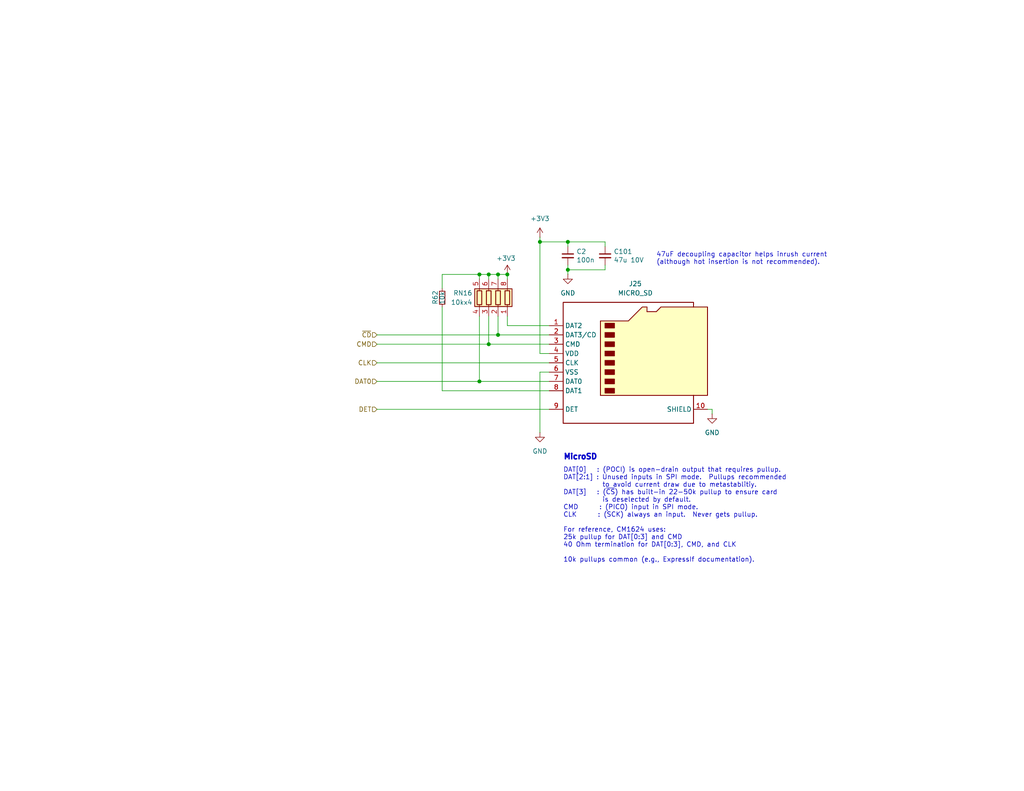
<source format=kicad_sch>
(kicad_sch (version 20231120) (generator "eeschema") (generator_version "8.0")
  (paper "A")
  (title_block (title "EconoPET 40/8096") (date "2023-10-01") (rev "A") (company "https://is.gd/6hpvh6") (comment 1 "Unspecified resistors are 1% / 62.5mW") (comment 2 "Unspecified capacitors are 25V") (comment 3 "Signals with B-prefix are level-shifted from 3V3 to 5V") (comment 4 "License: CC0 1.0 Universal (Public Domain Dedication)"))
  (lib_symbols
    (symbol "Connector:Micro_SD_Card_Det1"
      (property "Reference" "J" (at -16.51 17.78 0))
      (property "Value" "Micro_SD_Card_Det1" (at 16.51 17.78 0))
      (symbol "Micro_SD_Card_Det1_0_1"
        (rectangle (start -7.62 -6.985) (end -5.08 -8.255) (stroke (width 0.254)) (fill (type outline)))
        (rectangle (start -7.62 -4.445) (end -5.08 -5.715) (stroke (width 0.254)) (fill (type outline)))
        (rectangle (start -7.62 -1.905) (end -5.08 -3.175) (stroke (width 0.254)) (fill (type outline)))
        (rectangle (start -7.62 0.635) (end -5.08 -0.635) (stroke (width 0.254)) (fill (type outline)))
        (rectangle (start -7.62 3.175) (end -5.08 1.905) (stroke (width 0.254)) (fill (type outline)))
        (rectangle (start -7.62 5.715) (end -5.08 4.445) (stroke (width 0.254)) (fill (type outline)))
        (rectangle (start -7.62 8.255) (end -5.08 6.985) (stroke (width 0.254)) (fill (type outline)))
        (rectangle (start -7.62 10.795) (end -5.08 9.525) (stroke (width 0.254)) (fill (type outline)))
        (polyline (pts (xy 16.51 15.24) (xy 16.51 16.51) (xy -19.05 16.51) (xy -19.05 -16.51) (xy 16.51 -16.51) (xy 16.51 -8.89)) (stroke (width 0.254)))
        (polyline (pts (xy -8.89 -8.89) (xy -8.89 11.43) (xy -1.27 11.43) (xy 2.54 15.24) (xy 3.81 15.24) (xy 3.81 13.97) (xy 6.35 13.97) (xy 7.62 15.24) (xy 20.32 15.24) (xy 20.32 -8.89) (xy -8.89 -8.89)) (stroke (width 0.254)) (fill (type background)))
      )
      (symbol "Micro_SD_Card_Det1_1_1"
        (pin bidirectional line (at -22.86 10.16 0) (length 3.81) (name "DAT2") (number "1"))
        (pin passive line (at 20.32 -12.7 180) (length 3.81) (name "SHIELD") (number "10"))
        (pin bidirectional line (at -22.86 7.62 0) (length 3.81) (name "DAT3/CD") (number "2"))
        (pin input line (at -22.86 5.08 0) (length 3.81) (name "CMD") (number "3"))
        (pin power_in line (at -22.86 2.54 0) (length 3.81) (name "VDD") (number "4"))
        (pin input line (at -22.86 0 0) (length 3.81) (name "CLK") (number "5"))
        (pin power_in line (at -22.86 -2.54 0) (length 3.81) (name "VSS") (number "6"))
        (pin bidirectional line (at -22.86 -5.08 0) (length 3.81) (name "DAT0") (number "7"))
        (pin bidirectional line (at -22.86 -7.62 0) (length 3.81) (name "DAT1") (number "8"))
        (pin passive line (at -22.86 -12.7 0) (length 3.81) (name "DET") (number "9"))
      )
    )
    (symbol "Device:C_Small" (pin_numbers hide) (pin_names (offset 0.254) hide)
      (property "Reference" "C" (at 0.254 1.778 0))
      (property "Value" "C_Small" (at 0.254 -2.032 0))
      (symbol "C_Small_0_1"
        (polyline (pts (xy -1.524 -0.508) (xy 1.524 -0.508)) (stroke (width 0.3302)))
        (polyline (pts (xy -1.524 0.508) (xy 1.524 0.508)) (stroke (width 0.3048)))
      )
      (symbol "C_Small_1_1"
        (pin passive line (at 0 2.54 270) (length 2.032) (name "~") (number "1"))
        (pin passive line (at 0 -2.54 90) (length 2.032) (name "~") (number "2"))
      )
    )
    (symbol "Device:R_Pack04" (pin_names (offset 0) hide)
      (property "Reference" "RN" (at -7.62 0 90))
      (property "Value" "R_Pack04" (at 5.08 0 90))
      (symbol "R_Pack04_0_1"
        (rectangle (start -6.35 -2.413) (end 3.81 2.413) (stroke (width 0.254)) (fill (type background)))
        (rectangle (start -5.715 1.905) (end -4.445 -1.905) (stroke (width 0.254)))
        (rectangle (start -3.175 1.905) (end -1.905 -1.905) (stroke (width 0.254)))
        (rectangle (start -0.635 1.905) (end 0.635 -1.905) (stroke (width 0.254)))
        (polyline (pts (xy -5.08 -2.54) (xy -5.08 -1.905)))
        (polyline (pts (xy -5.08 1.905) (xy -5.08 2.54)))
        (polyline (pts (xy -2.54 -2.54) (xy -2.54 -1.905)))
        (polyline (pts (xy -2.54 1.905) (xy -2.54 2.54)))
        (polyline (pts (xy 0 -2.54) (xy 0 -1.905)))
        (polyline (pts (xy 0 1.905) (xy 0 2.54)))
        (polyline (pts (xy 2.54 -2.54) (xy 2.54 -1.905)))
        (polyline (pts (xy 2.54 1.905) (xy 2.54 2.54)))
        (rectangle (start 1.905 1.905) (end 3.175 -1.905) (stroke (width 0.254)))
      )
      (symbol "R_Pack04_1_1"
        (pin passive line (at -5.08 -5.08 90) (length 2.54) (name "R1.1") (number "1"))
        (pin passive line (at -2.54 -5.08 90) (length 2.54) (name "R2.1") (number "2"))
        (pin passive line (at 0 -5.08 90) (length 2.54) (name "R3.1") (number "3"))
        (pin passive line (at 2.54 -5.08 90) (length 2.54) (name "R4.1") (number "4"))
        (pin passive line (at 2.54 5.08 270) (length 2.54) (name "R4.2") (number "5"))
        (pin passive line (at 0 5.08 270) (length 2.54) (name "R3.2") (number "6"))
        (pin passive line (at -2.54 5.08 270) (length 2.54) (name "R2.2") (number "7"))
        (pin passive line (at -5.08 5.08 270) (length 2.54) (name "R1.2") (number "8"))
      )
    )
    (symbol "Device:R_Small" (pin_numbers hide) (pin_names (offset 0.254) hide)
      (property "Reference" "R" (at 0.762 0.508 0))
      (property "Value" "R_Small" (at 0.762 -1.016 0))
      (symbol "R_Small_0_1"
        (rectangle (start -0.762 1.778) (end 0.762 -1.778) (stroke (width 0.2032)))
      )
      (symbol "R_Small_1_1"
        (pin passive line (at 0 2.54 270) (length 0.762) (name "~") (number "1"))
        (pin passive line (at 0 -2.54 90) (length 0.762) (name "~") (number "2"))
      )
    )
    (symbol "power:+3V3" (power) (pin_numbers hide) (pin_names (offset 0) hide)
      (property "Value" "+3V3" (at 0 3.556 0))
      (symbol "+3V3_0_1"
        (polyline (pts (xy -0.762 1.27) (xy 0 2.54)))
        (polyline (pts (xy 0 0) (xy 0 2.54)))
        (polyline (pts (xy 0 2.54) (xy 0.762 1.27)))
      )
      (symbol "+3V3_1_1"
        (pin power_in line (at 0 0 90) (length 0) (name "~") (number "1"))
      )
    )
    (symbol "power:GND" (power) (pin_numbers hide) (pin_names (offset 0) hide)
      (property "Value" "GND" (at 0 -3.81 0))
      (symbol "GND_0_1"
        (polyline (pts (xy 0 0) (xy 0 -1.27) (xy 1.27 -1.27) (xy 0 -2.54) (xy -1.27 -1.27) (xy 0 -1.27)))
      )
      (symbol "GND_1_1"
        (pin power_in line (at 0 0 270) (length 0) (name "~") (number "1"))
      )
    )
  )
  (junction (at 130.81 104.14))
  (junction (at 130.81 74.93))
  (junction (at 154.94 73.66))
  (junction (at 154.94 66.04))
  (junction (at 147.32 66.04))
  (junction (at 135.89 91.44))
  (junction (at 135.89 74.93))
  (junction (at 138.43 74.93))
  (junction (at 133.35 93.98))
  (junction (at 133.35 74.93))
  (wire (pts (xy 165.1 73.66) (xy 165.1 72.39)))
  (wire (pts (xy 193.04 111.76) (xy 194.31 111.76)))
  (wire (pts (xy 149.86 96.52) (xy 147.32 96.52)))
  (wire (pts (xy 120.65 106.68) (xy 149.86 106.68)))
  (wire (pts (xy 120.65 74.93) (xy 130.81 74.93)))
  (wire (pts (xy 133.35 74.93) (xy 135.89 74.93)))
  (wire (pts (xy 130.81 74.93) (xy 133.35 74.93)))
  (wire (pts (xy 154.94 73.66) (xy 154.94 72.39)))
  (wire (pts (xy 149.86 88.9) (xy 138.43 88.9)))
  (wire (pts (xy 130.81 76.2) (xy 130.81 74.93)))
  (wire (pts (xy 154.94 67.31) (xy 154.94 66.04)))
  (wire (pts (xy 154.94 74.93) (xy 154.94 73.66)))
  (wire (pts (xy 147.32 101.6) (xy 147.32 118.11)))
  (wire (pts (xy 102.87 91.44) (xy 135.89 91.44)))
  (wire (pts (xy 147.32 64.77) (xy 147.32 66.04)))
  (wire (pts (xy 165.1 66.04) (xy 165.1 67.31)))
  (wire (pts (xy 120.65 78.74) (xy 120.65 74.93)))
  (wire (pts (xy 130.81 104.14) (xy 149.86 104.14)))
  (wire (pts (xy 102.87 111.76) (xy 149.86 111.76)))
  (wire (pts (xy 135.89 86.36) (xy 135.89 91.44)))
  (wire (pts (xy 133.35 86.36) (xy 133.35 93.98)))
  (wire (pts (xy 130.81 86.36) (xy 130.81 104.14)))
  (wire (pts (xy 102.87 99.06) (xy 149.86 99.06)))
  (wire (pts (xy 138.43 74.93) (xy 138.43 76.2)))
  (wire (pts (xy 147.32 66.04) (xy 154.94 66.04)))
  (wire (pts (xy 194.31 111.76) (xy 194.31 113.03)))
  (wire (pts (xy 149.86 101.6) (xy 147.32 101.6)))
  (wire (pts (xy 147.32 66.04) (xy 147.32 96.52)))
  (wire (pts (xy 133.35 93.98) (xy 149.86 93.98)))
  (wire (pts (xy 102.87 104.14) (xy 130.81 104.14)))
  (wire (pts (xy 135.89 91.44) (xy 149.86 91.44)))
  (wire (pts (xy 120.65 106.68) (xy 120.65 83.82)))
  (wire (pts (xy 102.87 93.98) (xy 133.35 93.98)))
  (wire (pts (xy 154.94 73.66) (xy 165.1 73.66)))
  (wire (pts (xy 138.43 86.36) (xy 138.43 88.9)))
  (wire (pts (xy 135.89 74.93) (xy 135.89 76.2)))
  (wire (pts (xy 135.89 74.93) (xy 138.43 74.93)))
  (wire (pts (xy 154.94 66.04) (xy 165.1 66.04)))
  (wire (pts (xy 133.35 74.93) (xy 133.35 76.2)))
  (text "47uF decoupling capacitor helps inrush current\n(although hot insertion is not recommended)." (at 179.07 72.39 0) (effects (font (size 1.27 1.27)) (justify left bottom)))
  (text "DAT[0]   : (POCI) is open-drain output that requires pullup.\nDAT[2:1] : Unused inputs in SPI mode.  Pullups recommended\n           to avoid current draw due to metastablitiy.\nDAT[3]   : (~{CS}) has built-in 22-50k pullup to ensure card\n           is deselected by default.\nCMD      : (PICO) input in SPI mode.\nCLK      : (SCK) always an input.  Never gets pullup.\n\nFor reference, CM1624 uses:\n25k pullup for DAT[0:3] and CMD\n40 Ohm termination for DAT[0:3], CMD, and CLK\n\n10k pullups common (e.g., ExpressIf documentation)." (at 153.67 153.67 0) (effects (font (size 1.27 1.27)) (justify left bottom)))
  (text "MicroSD" (at 153.67 125.73 0) (effects (font (size 1.5 1.5) (thickness 0.8) (bold yes)) (justify left bottom)))
  (hierarchical_label "CLK" (shape input) (at 102.87 99.06 180))
  (hierarchical_label "~{CD}" (shape input) (at 102.87 91.44 180))
  (hierarchical_label "DAT0" (shape input) (at 102.87 104.14 180))
  (hierarchical_label "CMD" (shape input) (at 102.87 93.98 180))
  (hierarchical_label "DET" (shape input) (at 102.87 111.76 180))
  (symbol (lib_id "power:+3V3") (at 138.43 74.93 0) (mirror y) (unit 1)
    (property "Reference" "#PWR0166" (effects (hide yes)))
    (property "Value" "+3V3" (at 138.049 70.5358 0))
    (property "Description" "Power symbol creates a global label with name \"+3V3\"" (effects (hide yes)))
  )
  (symbol (lib_id "power:+3V3") (at 147.32 64.77 0) (unit 1)
    (property "Reference" "#PWR0167" (effects (hide yes)))
    (property "Value" "+3V3" (at 147.32 59.69 0))
    (property "Description" "Power symbol creates a global label with name \"+3V3\"" (effects (hide yes)))
  )
  (symbol (lib_id "Connector:Micro_SD_Card_Det1") (at 172.72 99.06 0) (unit 1)
    (property "Reference" "J25" (at 173.355 77.47 0))
    (property "Value" "MICRO_SD" (at 173.355 80.01 0))
    (property "Footprint" "JLCPCB:TF-SMD_TF-PUSH" (effects (hide yes)))
    (property "Datasheet" "https://www.lcsc.com/datasheet/lcsc_datasheet_1912111437_SHOU-HAN-TF-PUSH_C393941.pdf" (effects (hide yes)))
    (property "Description" "Micro SD Card Socket with one card detection pin" (effects (hide yes)))
    (property "LCSC" "C393941" (effects (hide yes)))
  )
  (symbol (lib_id "power:GND") (at 194.31 113.03 0) (unit 1)
    (property "Reference" "#PWR0170" (effects (hide yes)))
    (property "Value" "GND" (at 194.31 118.11 0))
    (property "Description" "Power symbol creates a global label with name \"GND\" , ground" (effects (hide yes)))
  )
  (symbol (lib_id "Device:R_Pack04") (at 133.35 81.28 0) (mirror y) (unit 1)
    (property "Reference" "RN16" (at 128.905 80.01 0) (effects (justify left)))
    (property "Value" "10kx4" (at 128.905 82.55 0) (effects (justify left)))
    (property "Footprint" "Resistor_SMD:R_Array_Convex_4x0603" (effects (hide yes)))
    (property "Datasheet" "https://www.lcsc.com/datasheet/lcsc_datasheet_2304140030_UNI-ROYAL-Uniroyal-Elec-4D03WGJ0103T5E_C29718.pdf" (effects (hide yes)))
    (property "Description" "4 resistor network, parallel topology" (effects (hide yes)))
    (property "LCSC" "C29718" (effects (hide yes)))
  )
  (symbol (lib_id "power:GND") (at 147.32 118.11 0) (unit 1)
    (property "Reference" "#PWR0168" (effects (hide yes)))
    (property "Value" "GND" (at 147.32 123.19 0))
    (property "Description" "Power symbol creates a global label with name \"GND\" , ground" (effects (hide yes)))
  )
  (symbol (lib_id "Device:R_Small") (at 120.65 81.28 0) (unit 1)
    (property "Reference" "R62" (at 118.745 83.185 90) (effects (justify left)))
    (property "Value" "10k" (at 120.65 83.185 90) (effects (justify left)))
    (property "Footprint" "Resistor_SMD:R_0402_1005Metric" (effects (hide yes)))
    (property "Datasheet" "https://jlcpcb.com/api/file/downloadByFileSystemAccessId/8556212101498380288" (effects (hide yes)))
    (property "LCSC" "C25744" (effects (hide yes)))
  )
  (symbol (lib_id "power:GND") (at 154.94 74.93 0) (unit 1)
    (property "Reference" "#PWR0169" (effects (hide yes)))
    (property "Value" "GND" (at 154.94 80.01 0))
    (property "Description" "Power symbol creates a global label with name \"GND\" , ground" (effects (hide yes)))
  )
  (symbol (lib_id "Device:C_Small") (at 165.1 69.85 0) (unit 1)
    (property "Reference" "C101" (at 167.4368 68.6816 0) (effects (justify left)))
    (property "Value" "47u 10V" (at 167.4368 70.993 0) (effects (justify left)))
    (property "Footprint" "Capacitor_SMD:C_1206_3216Metric" (effects (hide yes)))
    (property "Datasheet" "https://product.samsungsem.com/mlcc/CL31A476MPHNNN.do" (effects (hide yes)))
    (property "LCSC" "C96123" (effects (hide yes)))
  )
  (symbol (lib_id "Device:C_Small") (at 154.94 69.85 0) (unit 1)
    (property "Reference" "C2" (at 157.2768 68.6816 0) (effects (justify left)))
    (property "Value" "100n" (at 157.2768 70.993 0) (effects (justify left)))
    (property "Footprint" "Capacitor_SMD:C_0402_1005Metric" (effects (hide yes)))
    (property "Datasheet" "https://product.samsungsem.com/mlcc/CL05B104KB54PN.do" (effects (hide yes)))
    (property "LCSC" "C307331" (effects (hide yes)))
  )
)
</source>
